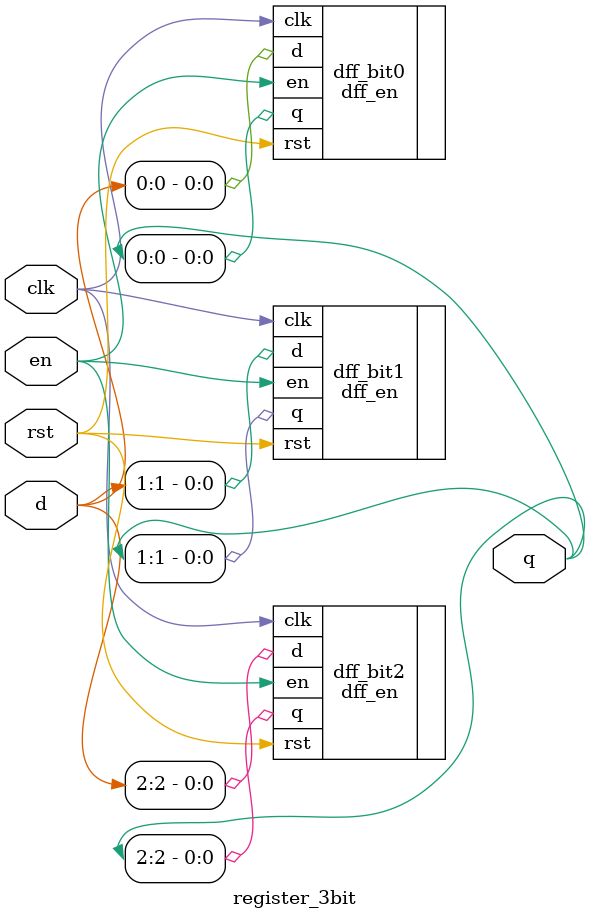
<source format=v>
module register_3bit( output [2:0] q,
                      input clk,
                      input rst,
                      input en,
                      input [2:0] d);

dff_en dff_bit0(.q(q[0]),.d(d[0]),.clk(clk),.rst(rst),.en(en));
dff_en dff_bit1(.q(q[1]),.d(d[1]),.clk(clk),.rst(rst),.en(en));
dff_en dff_bit2(.q(q[2]),.d(d[2]),.clk(clk),.rst(rst),.en(en));


endmodule

</source>
